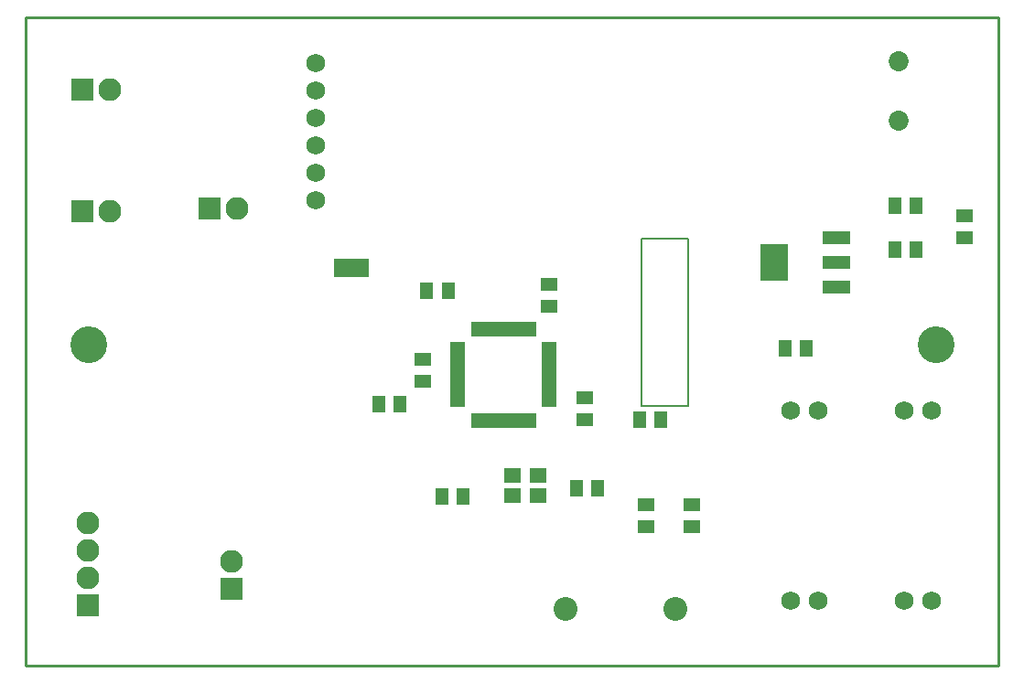
<source format=gts>
G04*
G04 #@! TF.GenerationSoftware,Altium Limited,Altium Designer,18.1.7 (191)*
G04*
G04 Layer_Color=8388736*
%FSLAX25Y25*%
%MOIN*%
G70*
G01*
G75*
%ADD10C,0.01000*%
%ADD12C,0.00787*%
%ADD22C,0.00000*%
%ADD23R,0.01981X0.05524*%
%ADD24R,0.05524X0.01981*%
%ADD25R,0.06312X0.05131*%
%ADD26R,0.05131X0.06312*%
%ADD27R,0.12611X0.06706*%
%ADD28R,0.06312X0.05524*%
%ADD29R,0.10249X0.13792*%
%ADD30R,0.10249X0.04737*%
%ADD31C,0.08674*%
%ADD32C,0.07296*%
%ADD33R,0.08280X0.08280*%
%ADD34C,0.08280*%
%ADD35C,0.08280*%
%ADD36O,0.08280X0.08280*%
%ADD37R,0.08280X0.08280*%
%ADD38C,0.06800*%
%ADD39R,0.08280X0.08280*%
%ADD40C,0.13398*%
D10*
X540331Y183000D02*
Y419220D01*
X186000Y183000D02*
X540331D01*
X186000D02*
Y419220D01*
X540331D01*
D12*
X410264Y277488D02*
X427193D01*
Y338512D01*
X410264D02*
X427193D01*
X410264Y277488D02*
Y338512D01*
D22*
X264429Y211000D02*
G03*
X264429Y211000I-3429J0D01*
G01*
Y221000D02*
G03*
X264429Y221000I-3429J0D01*
G01*
X266429Y349500D02*
G03*
X266429Y349500I-3429J0D01*
G01*
X256429D02*
G03*
X256429Y349500I-3429J0D01*
G01*
X219929Y348500D02*
G03*
X219929Y348500I-3429J0D01*
G01*
X209929D02*
G03*
X209929Y348500I-3429J0D01*
G01*
X219929Y393000D02*
G03*
X219929Y393000I-3429J0D01*
G01*
X209929D02*
G03*
X209929Y393000I-3429J0D01*
G01*
D23*
X349173Y272268D02*
D03*
X351142D02*
D03*
X353110D02*
D03*
X355079D02*
D03*
X357047D02*
D03*
X359016D02*
D03*
X360984D02*
D03*
X362953D02*
D03*
X364921D02*
D03*
X366890D02*
D03*
X368858D02*
D03*
X370827D02*
D03*
Y305732D02*
D03*
X368858D02*
D03*
X366890D02*
D03*
X364921D02*
D03*
X362953D02*
D03*
X360984D02*
D03*
X359016D02*
D03*
X357047D02*
D03*
X355079D02*
D03*
X353110D02*
D03*
X351142D02*
D03*
X349173D02*
D03*
D24*
X376732Y278173D02*
D03*
Y280142D02*
D03*
Y282110D02*
D03*
Y284079D02*
D03*
Y286047D02*
D03*
Y288016D02*
D03*
Y289984D02*
D03*
Y291953D02*
D03*
Y293921D02*
D03*
Y295890D02*
D03*
Y297858D02*
D03*
Y299827D02*
D03*
X343268D02*
D03*
Y297858D02*
D03*
Y295890D02*
D03*
Y293921D02*
D03*
Y291953D02*
D03*
Y289984D02*
D03*
Y288016D02*
D03*
Y286047D02*
D03*
Y284079D02*
D03*
Y282110D02*
D03*
Y280142D02*
D03*
Y278173D02*
D03*
D25*
X389697Y272563D02*
D03*
Y280437D02*
D03*
X528000Y346937D02*
D03*
Y339063D02*
D03*
X330500Y286563D02*
D03*
Y294437D02*
D03*
X376500Y314063D02*
D03*
Y321937D02*
D03*
X412000Y241437D02*
D03*
Y233563D02*
D03*
X428500Y241437D02*
D03*
Y233563D02*
D03*
D26*
X322437Y278173D02*
D03*
X314563D02*
D03*
X470437Y298500D02*
D03*
X462563D02*
D03*
X409563Y272563D02*
D03*
X417437D02*
D03*
X345437Y244500D02*
D03*
X337563D02*
D03*
X394437Y247500D02*
D03*
X386563D02*
D03*
X339937Y319500D02*
D03*
X332063D02*
D03*
X510437Y334500D02*
D03*
X502563D02*
D03*
X510437Y350500D02*
D03*
X502563D02*
D03*
D27*
X304500Y328000D02*
D03*
D28*
X363276Y244760D02*
D03*
X372724D02*
D03*
Y252240D02*
D03*
X363276D02*
D03*
D29*
X458583Y330000D02*
D03*
D30*
X481417Y339055D02*
D03*
Y330000D02*
D03*
Y320945D02*
D03*
D31*
X382520Y203500D02*
D03*
X422480D02*
D03*
D32*
X504000Y381500D02*
D03*
Y403154D02*
D03*
D33*
X261000Y211000D02*
D03*
D34*
Y221000D02*
D03*
X263000Y349500D02*
D03*
X216500Y348500D02*
D03*
Y393000D02*
D03*
D35*
X208500Y235000D02*
D03*
D36*
Y225000D02*
D03*
Y215000D02*
D03*
D37*
Y205000D02*
D03*
D38*
X516000Y276000D02*
D03*
X506000D02*
D03*
X474504D02*
D03*
X464504D02*
D03*
X516000Y206709D02*
D03*
X506000D02*
D03*
X474504D02*
D03*
X464504D02*
D03*
X291500Y402500D02*
D03*
Y392500D02*
D03*
Y352500D02*
D03*
Y362500D02*
D03*
Y372500D02*
D03*
Y382500D02*
D03*
D39*
X253000Y349500D02*
D03*
X206500Y348500D02*
D03*
Y393000D02*
D03*
D40*
X209000Y300000D02*
D03*
X517500D02*
D03*
M02*

</source>
